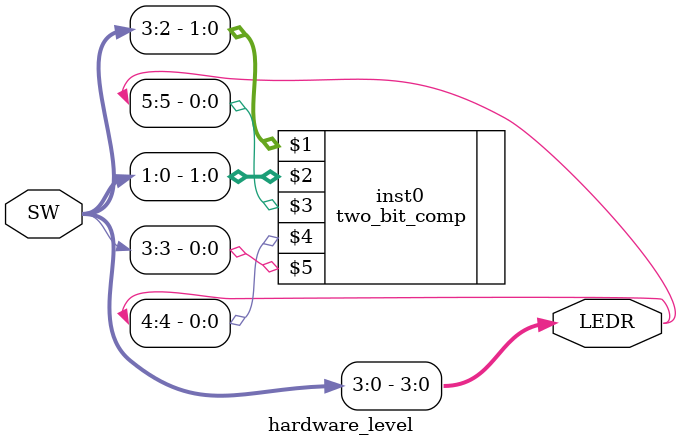
<source format=v>
module hardware_level (SW,LEDR);
input wire [3:0] SW;
output wire [6:0] LEDR;



two_bit_comp inst0 (SW[3:2],SW[1:0],LEDR[5],LEDR[4],LEDR[3]);


assign LEDR[3:0] = SW[3:0];
endmodule

</source>
